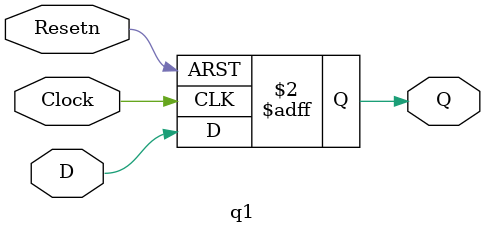
<source format=v>
module  q1 (D, Clock, Resetn, Q);
input D, Clock, Resetn;
output Q;
reg Q;
always @(posedge Clock or posedge Resetn)
if (Resetn)
Q <= 0;
else
Q <= D;
endmodule

</source>
